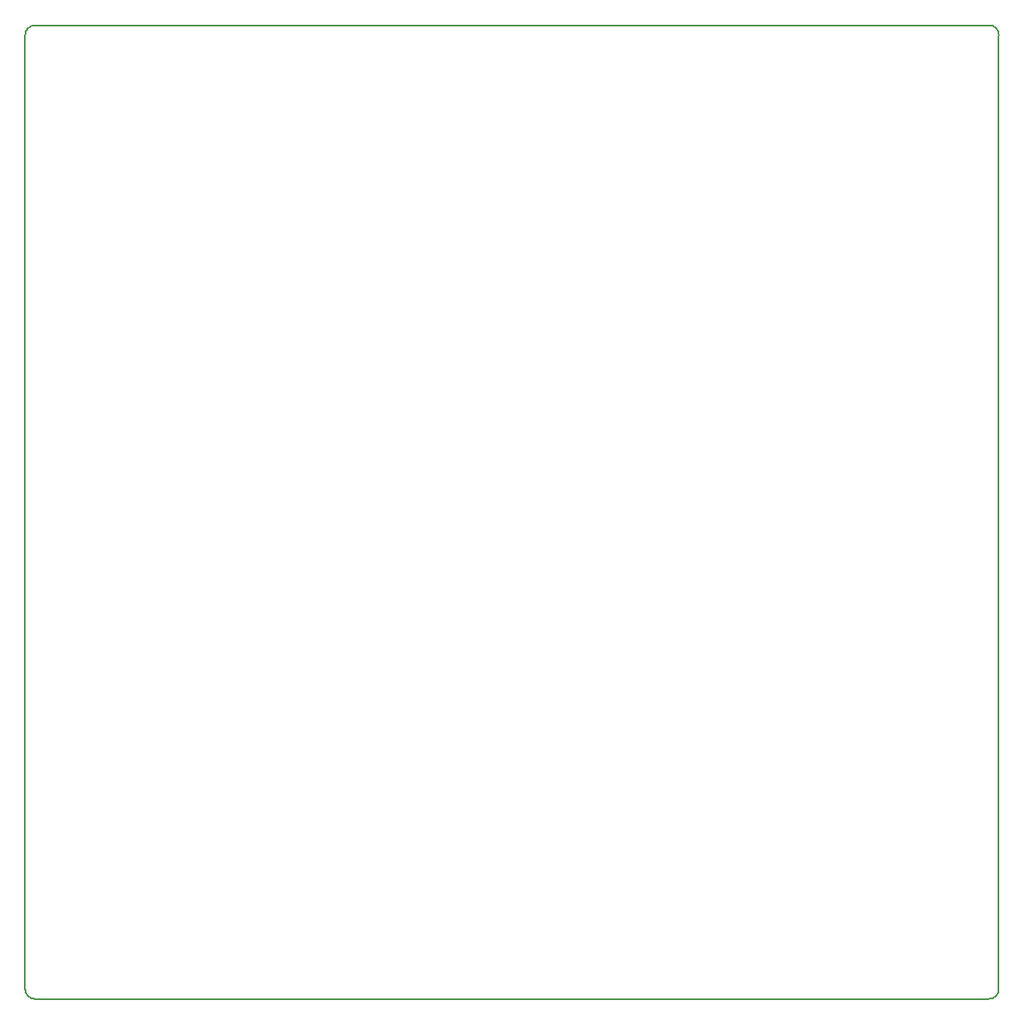
<source format=gm1>
G04 #@! TF.FileFunction,Profile,NP*
%FSLAX46Y46*%
G04 Gerber Fmt 4.6, Leading zero omitted, Abs format (unit mm)*
G04 Created by KiCad (PCBNEW 4.0.7) date 10/11/18 23:23:36*
%MOMM*%
%LPD*%
G01*
G04 APERTURE LIST*
%ADD10C,0.100000*%
%ADD11C,0.150000*%
G04 APERTURE END LIST*
D10*
D11*
X55753000Y-131508500D02*
X55753000Y-33718500D01*
X154559000Y-132524500D02*
X56769000Y-132524500D01*
X155575000Y-33718500D02*
X155575000Y-131508500D01*
X56769000Y-32702500D02*
X154559000Y-32702500D01*
X155581350Y-33712150D02*
G75*
G03X154565350Y-32696150I-1016000J0D01*
G01*
X154565350Y-132530850D02*
G75*
G03X155581350Y-131514850I0J1016000D01*
G01*
X55746650Y-131514850D02*
G75*
G03X56762650Y-132530850I1016000J0D01*
G01*
X56769000Y-32702500D02*
G75*
G03X55753000Y-33718500I0J-1016000D01*
G01*
X116967000Y-32702500D02*
X119507000Y-32702500D01*
X90995500Y-32702500D02*
X90868500Y-32702500D01*
X92837000Y-32702500D02*
X90995500Y-32702500D01*
X92837000Y-32702500D02*
X116967000Y-32702500D01*
X116840000Y-32702500D02*
X116967000Y-32702500D01*
M02*

</source>
